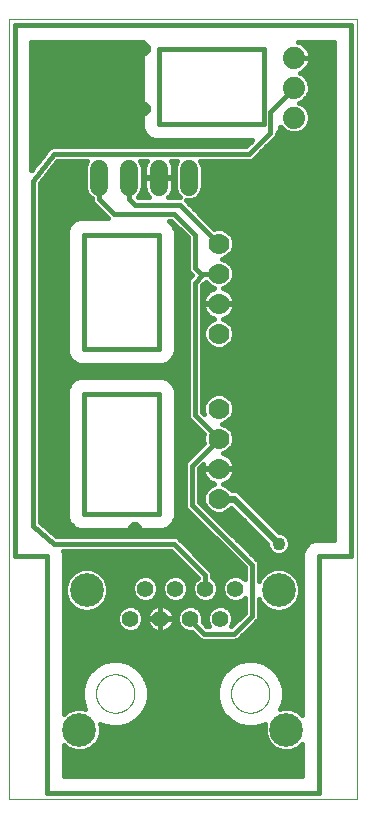
<source format=gbl>
G75*
%MOIN*%
%OFA0B0*%
%FSLAX25Y25*%
%IPPOS*%
%LPD*%
%AMOC8*
5,1,8,0,0,1.08239X$1,22.5*
%
%ADD10C,0.00000*%
%ADD11C,0.01600*%
%ADD12C,0.07000*%
%ADD13C,0.05543*%
%ADD14C,0.11220*%
%ADD15C,0.07400*%
%ADD16C,0.06000*%
%ADD17C,0.02400*%
%ADD18C,0.04356*%
%ADD19OC8,0.04356*%
D10*
X0001000Y0001000D02*
X0117142Y0001000D01*
X0117142Y0260843D01*
X0001000Y0260843D01*
X0001000Y0001000D01*
X0030100Y0036000D02*
X0030102Y0036160D01*
X0030108Y0036319D01*
X0030118Y0036478D01*
X0030132Y0036637D01*
X0030150Y0036796D01*
X0030171Y0036954D01*
X0030197Y0037111D01*
X0030227Y0037268D01*
X0030260Y0037424D01*
X0030298Y0037579D01*
X0030339Y0037733D01*
X0030384Y0037886D01*
X0030433Y0038038D01*
X0030486Y0038189D01*
X0030542Y0038338D01*
X0030603Y0038486D01*
X0030666Y0038632D01*
X0030734Y0038777D01*
X0030805Y0038920D01*
X0030879Y0039061D01*
X0030957Y0039200D01*
X0031039Y0039337D01*
X0031124Y0039472D01*
X0031212Y0039605D01*
X0031304Y0039736D01*
X0031398Y0039864D01*
X0031496Y0039990D01*
X0031597Y0040114D01*
X0031701Y0040235D01*
X0031808Y0040353D01*
X0031918Y0040469D01*
X0032031Y0040582D01*
X0032147Y0040692D01*
X0032265Y0040799D01*
X0032386Y0040903D01*
X0032510Y0041004D01*
X0032636Y0041102D01*
X0032764Y0041196D01*
X0032895Y0041288D01*
X0033028Y0041376D01*
X0033163Y0041461D01*
X0033300Y0041543D01*
X0033439Y0041621D01*
X0033580Y0041695D01*
X0033723Y0041766D01*
X0033868Y0041834D01*
X0034014Y0041897D01*
X0034162Y0041958D01*
X0034311Y0042014D01*
X0034462Y0042067D01*
X0034614Y0042116D01*
X0034767Y0042161D01*
X0034921Y0042202D01*
X0035076Y0042240D01*
X0035232Y0042273D01*
X0035389Y0042303D01*
X0035546Y0042329D01*
X0035704Y0042350D01*
X0035863Y0042368D01*
X0036022Y0042382D01*
X0036181Y0042392D01*
X0036340Y0042398D01*
X0036500Y0042400D01*
X0036660Y0042398D01*
X0036819Y0042392D01*
X0036978Y0042382D01*
X0037137Y0042368D01*
X0037296Y0042350D01*
X0037454Y0042329D01*
X0037611Y0042303D01*
X0037768Y0042273D01*
X0037924Y0042240D01*
X0038079Y0042202D01*
X0038233Y0042161D01*
X0038386Y0042116D01*
X0038538Y0042067D01*
X0038689Y0042014D01*
X0038838Y0041958D01*
X0038986Y0041897D01*
X0039132Y0041834D01*
X0039277Y0041766D01*
X0039420Y0041695D01*
X0039561Y0041621D01*
X0039700Y0041543D01*
X0039837Y0041461D01*
X0039972Y0041376D01*
X0040105Y0041288D01*
X0040236Y0041196D01*
X0040364Y0041102D01*
X0040490Y0041004D01*
X0040614Y0040903D01*
X0040735Y0040799D01*
X0040853Y0040692D01*
X0040969Y0040582D01*
X0041082Y0040469D01*
X0041192Y0040353D01*
X0041299Y0040235D01*
X0041403Y0040114D01*
X0041504Y0039990D01*
X0041602Y0039864D01*
X0041696Y0039736D01*
X0041788Y0039605D01*
X0041876Y0039472D01*
X0041961Y0039337D01*
X0042043Y0039200D01*
X0042121Y0039061D01*
X0042195Y0038920D01*
X0042266Y0038777D01*
X0042334Y0038632D01*
X0042397Y0038486D01*
X0042458Y0038338D01*
X0042514Y0038189D01*
X0042567Y0038038D01*
X0042616Y0037886D01*
X0042661Y0037733D01*
X0042702Y0037579D01*
X0042740Y0037424D01*
X0042773Y0037268D01*
X0042803Y0037111D01*
X0042829Y0036954D01*
X0042850Y0036796D01*
X0042868Y0036637D01*
X0042882Y0036478D01*
X0042892Y0036319D01*
X0042898Y0036160D01*
X0042900Y0036000D01*
X0042898Y0035840D01*
X0042892Y0035681D01*
X0042882Y0035522D01*
X0042868Y0035363D01*
X0042850Y0035204D01*
X0042829Y0035046D01*
X0042803Y0034889D01*
X0042773Y0034732D01*
X0042740Y0034576D01*
X0042702Y0034421D01*
X0042661Y0034267D01*
X0042616Y0034114D01*
X0042567Y0033962D01*
X0042514Y0033811D01*
X0042458Y0033662D01*
X0042397Y0033514D01*
X0042334Y0033368D01*
X0042266Y0033223D01*
X0042195Y0033080D01*
X0042121Y0032939D01*
X0042043Y0032800D01*
X0041961Y0032663D01*
X0041876Y0032528D01*
X0041788Y0032395D01*
X0041696Y0032264D01*
X0041602Y0032136D01*
X0041504Y0032010D01*
X0041403Y0031886D01*
X0041299Y0031765D01*
X0041192Y0031647D01*
X0041082Y0031531D01*
X0040969Y0031418D01*
X0040853Y0031308D01*
X0040735Y0031201D01*
X0040614Y0031097D01*
X0040490Y0030996D01*
X0040364Y0030898D01*
X0040236Y0030804D01*
X0040105Y0030712D01*
X0039972Y0030624D01*
X0039837Y0030539D01*
X0039700Y0030457D01*
X0039561Y0030379D01*
X0039420Y0030305D01*
X0039277Y0030234D01*
X0039132Y0030166D01*
X0038986Y0030103D01*
X0038838Y0030042D01*
X0038689Y0029986D01*
X0038538Y0029933D01*
X0038386Y0029884D01*
X0038233Y0029839D01*
X0038079Y0029798D01*
X0037924Y0029760D01*
X0037768Y0029727D01*
X0037611Y0029697D01*
X0037454Y0029671D01*
X0037296Y0029650D01*
X0037137Y0029632D01*
X0036978Y0029618D01*
X0036819Y0029608D01*
X0036660Y0029602D01*
X0036500Y0029600D01*
X0036340Y0029602D01*
X0036181Y0029608D01*
X0036022Y0029618D01*
X0035863Y0029632D01*
X0035704Y0029650D01*
X0035546Y0029671D01*
X0035389Y0029697D01*
X0035232Y0029727D01*
X0035076Y0029760D01*
X0034921Y0029798D01*
X0034767Y0029839D01*
X0034614Y0029884D01*
X0034462Y0029933D01*
X0034311Y0029986D01*
X0034162Y0030042D01*
X0034014Y0030103D01*
X0033868Y0030166D01*
X0033723Y0030234D01*
X0033580Y0030305D01*
X0033439Y0030379D01*
X0033300Y0030457D01*
X0033163Y0030539D01*
X0033028Y0030624D01*
X0032895Y0030712D01*
X0032764Y0030804D01*
X0032636Y0030898D01*
X0032510Y0030996D01*
X0032386Y0031097D01*
X0032265Y0031201D01*
X0032147Y0031308D01*
X0032031Y0031418D01*
X0031918Y0031531D01*
X0031808Y0031647D01*
X0031701Y0031765D01*
X0031597Y0031886D01*
X0031496Y0032010D01*
X0031398Y0032136D01*
X0031304Y0032264D01*
X0031212Y0032395D01*
X0031124Y0032528D01*
X0031039Y0032663D01*
X0030957Y0032800D01*
X0030879Y0032939D01*
X0030805Y0033080D01*
X0030734Y0033223D01*
X0030666Y0033368D01*
X0030603Y0033514D01*
X0030542Y0033662D01*
X0030486Y0033811D01*
X0030433Y0033962D01*
X0030384Y0034114D01*
X0030339Y0034267D01*
X0030298Y0034421D01*
X0030260Y0034576D01*
X0030227Y0034732D01*
X0030197Y0034889D01*
X0030171Y0035046D01*
X0030150Y0035204D01*
X0030132Y0035363D01*
X0030118Y0035522D01*
X0030108Y0035681D01*
X0030102Y0035840D01*
X0030100Y0036000D01*
X0075100Y0036000D02*
X0075102Y0036160D01*
X0075108Y0036319D01*
X0075118Y0036478D01*
X0075132Y0036637D01*
X0075150Y0036796D01*
X0075171Y0036954D01*
X0075197Y0037111D01*
X0075227Y0037268D01*
X0075260Y0037424D01*
X0075298Y0037579D01*
X0075339Y0037733D01*
X0075384Y0037886D01*
X0075433Y0038038D01*
X0075486Y0038189D01*
X0075542Y0038338D01*
X0075603Y0038486D01*
X0075666Y0038632D01*
X0075734Y0038777D01*
X0075805Y0038920D01*
X0075879Y0039061D01*
X0075957Y0039200D01*
X0076039Y0039337D01*
X0076124Y0039472D01*
X0076212Y0039605D01*
X0076304Y0039736D01*
X0076398Y0039864D01*
X0076496Y0039990D01*
X0076597Y0040114D01*
X0076701Y0040235D01*
X0076808Y0040353D01*
X0076918Y0040469D01*
X0077031Y0040582D01*
X0077147Y0040692D01*
X0077265Y0040799D01*
X0077386Y0040903D01*
X0077510Y0041004D01*
X0077636Y0041102D01*
X0077764Y0041196D01*
X0077895Y0041288D01*
X0078028Y0041376D01*
X0078163Y0041461D01*
X0078300Y0041543D01*
X0078439Y0041621D01*
X0078580Y0041695D01*
X0078723Y0041766D01*
X0078868Y0041834D01*
X0079014Y0041897D01*
X0079162Y0041958D01*
X0079311Y0042014D01*
X0079462Y0042067D01*
X0079614Y0042116D01*
X0079767Y0042161D01*
X0079921Y0042202D01*
X0080076Y0042240D01*
X0080232Y0042273D01*
X0080389Y0042303D01*
X0080546Y0042329D01*
X0080704Y0042350D01*
X0080863Y0042368D01*
X0081022Y0042382D01*
X0081181Y0042392D01*
X0081340Y0042398D01*
X0081500Y0042400D01*
X0081660Y0042398D01*
X0081819Y0042392D01*
X0081978Y0042382D01*
X0082137Y0042368D01*
X0082296Y0042350D01*
X0082454Y0042329D01*
X0082611Y0042303D01*
X0082768Y0042273D01*
X0082924Y0042240D01*
X0083079Y0042202D01*
X0083233Y0042161D01*
X0083386Y0042116D01*
X0083538Y0042067D01*
X0083689Y0042014D01*
X0083838Y0041958D01*
X0083986Y0041897D01*
X0084132Y0041834D01*
X0084277Y0041766D01*
X0084420Y0041695D01*
X0084561Y0041621D01*
X0084700Y0041543D01*
X0084837Y0041461D01*
X0084972Y0041376D01*
X0085105Y0041288D01*
X0085236Y0041196D01*
X0085364Y0041102D01*
X0085490Y0041004D01*
X0085614Y0040903D01*
X0085735Y0040799D01*
X0085853Y0040692D01*
X0085969Y0040582D01*
X0086082Y0040469D01*
X0086192Y0040353D01*
X0086299Y0040235D01*
X0086403Y0040114D01*
X0086504Y0039990D01*
X0086602Y0039864D01*
X0086696Y0039736D01*
X0086788Y0039605D01*
X0086876Y0039472D01*
X0086961Y0039337D01*
X0087043Y0039200D01*
X0087121Y0039061D01*
X0087195Y0038920D01*
X0087266Y0038777D01*
X0087334Y0038632D01*
X0087397Y0038486D01*
X0087458Y0038338D01*
X0087514Y0038189D01*
X0087567Y0038038D01*
X0087616Y0037886D01*
X0087661Y0037733D01*
X0087702Y0037579D01*
X0087740Y0037424D01*
X0087773Y0037268D01*
X0087803Y0037111D01*
X0087829Y0036954D01*
X0087850Y0036796D01*
X0087868Y0036637D01*
X0087882Y0036478D01*
X0087892Y0036319D01*
X0087898Y0036160D01*
X0087900Y0036000D01*
X0087898Y0035840D01*
X0087892Y0035681D01*
X0087882Y0035522D01*
X0087868Y0035363D01*
X0087850Y0035204D01*
X0087829Y0035046D01*
X0087803Y0034889D01*
X0087773Y0034732D01*
X0087740Y0034576D01*
X0087702Y0034421D01*
X0087661Y0034267D01*
X0087616Y0034114D01*
X0087567Y0033962D01*
X0087514Y0033811D01*
X0087458Y0033662D01*
X0087397Y0033514D01*
X0087334Y0033368D01*
X0087266Y0033223D01*
X0087195Y0033080D01*
X0087121Y0032939D01*
X0087043Y0032800D01*
X0086961Y0032663D01*
X0086876Y0032528D01*
X0086788Y0032395D01*
X0086696Y0032264D01*
X0086602Y0032136D01*
X0086504Y0032010D01*
X0086403Y0031886D01*
X0086299Y0031765D01*
X0086192Y0031647D01*
X0086082Y0031531D01*
X0085969Y0031418D01*
X0085853Y0031308D01*
X0085735Y0031201D01*
X0085614Y0031097D01*
X0085490Y0030996D01*
X0085364Y0030898D01*
X0085236Y0030804D01*
X0085105Y0030712D01*
X0084972Y0030624D01*
X0084837Y0030539D01*
X0084700Y0030457D01*
X0084561Y0030379D01*
X0084420Y0030305D01*
X0084277Y0030234D01*
X0084132Y0030166D01*
X0083986Y0030103D01*
X0083838Y0030042D01*
X0083689Y0029986D01*
X0083538Y0029933D01*
X0083386Y0029884D01*
X0083233Y0029839D01*
X0083079Y0029798D01*
X0082924Y0029760D01*
X0082768Y0029727D01*
X0082611Y0029697D01*
X0082454Y0029671D01*
X0082296Y0029650D01*
X0082137Y0029632D01*
X0081978Y0029618D01*
X0081819Y0029608D01*
X0081660Y0029602D01*
X0081500Y0029600D01*
X0081340Y0029602D01*
X0081181Y0029608D01*
X0081022Y0029618D01*
X0080863Y0029632D01*
X0080704Y0029650D01*
X0080546Y0029671D01*
X0080389Y0029697D01*
X0080232Y0029727D01*
X0080076Y0029760D01*
X0079921Y0029798D01*
X0079767Y0029839D01*
X0079614Y0029884D01*
X0079462Y0029933D01*
X0079311Y0029986D01*
X0079162Y0030042D01*
X0079014Y0030103D01*
X0078868Y0030166D01*
X0078723Y0030234D01*
X0078580Y0030305D01*
X0078439Y0030379D01*
X0078300Y0030457D01*
X0078163Y0030539D01*
X0078028Y0030624D01*
X0077895Y0030712D01*
X0077764Y0030804D01*
X0077636Y0030898D01*
X0077510Y0030996D01*
X0077386Y0031097D01*
X0077265Y0031201D01*
X0077147Y0031308D01*
X0077031Y0031418D01*
X0076918Y0031531D01*
X0076808Y0031647D01*
X0076701Y0031765D01*
X0076597Y0031886D01*
X0076496Y0032010D01*
X0076398Y0032136D01*
X0076304Y0032264D01*
X0076212Y0032395D01*
X0076124Y0032528D01*
X0076039Y0032663D01*
X0075957Y0032800D01*
X0075879Y0032939D01*
X0075805Y0033080D01*
X0075734Y0033223D01*
X0075666Y0033368D01*
X0075603Y0033514D01*
X0075542Y0033662D01*
X0075486Y0033811D01*
X0075433Y0033962D01*
X0075384Y0034114D01*
X0075339Y0034267D01*
X0075298Y0034421D01*
X0075260Y0034576D01*
X0075227Y0034732D01*
X0075197Y0034889D01*
X0075171Y0035046D01*
X0075150Y0035204D01*
X0075132Y0035363D01*
X0075118Y0035522D01*
X0075108Y0035681D01*
X0075102Y0035840D01*
X0075100Y0036000D01*
D11*
X0071063Y0031677D02*
X0072538Y0029123D01*
X0074623Y0027038D01*
X0077177Y0025563D01*
X0080025Y0024800D01*
X0082975Y0024800D01*
X0085823Y0025563D01*
X0086507Y0025958D01*
X0086290Y0025434D01*
X0086290Y0022566D01*
X0087387Y0019916D01*
X0089416Y0017887D01*
X0092066Y0016790D01*
X0094934Y0016790D01*
X0097584Y0017887D01*
X0098762Y0019065D01*
X0098762Y0008568D01*
X0019380Y0008568D01*
X0019380Y0018924D01*
X0020416Y0017887D01*
X0023066Y0016790D01*
X0025934Y0016790D01*
X0028584Y0017887D01*
X0030613Y0019916D01*
X0031710Y0022566D01*
X0031710Y0025434D01*
X0031493Y0025958D01*
X0032177Y0025563D01*
X0035025Y0024800D01*
X0037975Y0024800D01*
X0040823Y0025563D01*
X0043377Y0027038D01*
X0045462Y0029123D01*
X0046937Y0031677D01*
X0047700Y0034525D01*
X0047700Y0037475D01*
X0046937Y0040323D01*
X0045462Y0042877D01*
X0043377Y0044962D01*
X0040823Y0046437D01*
X0037975Y0047200D01*
X0035025Y0047200D01*
X0032177Y0046437D01*
X0029623Y0044962D01*
X0027538Y0042877D01*
X0026063Y0040323D01*
X0025300Y0037475D01*
X0025300Y0034525D01*
X0026063Y0031677D01*
X0026458Y0030993D01*
X0025934Y0031210D01*
X0023066Y0031210D01*
X0020416Y0030113D01*
X0019380Y0029076D01*
X0019380Y0082823D01*
X0019057Y0083600D01*
X0055006Y0083600D01*
X0063962Y0074644D01*
X0062794Y0073476D01*
X0062128Y0071870D01*
X0062128Y0070130D01*
X0062794Y0068524D01*
X0064024Y0067294D01*
X0065630Y0066628D01*
X0067370Y0066628D01*
X0068976Y0067294D01*
X0070206Y0068524D01*
X0070872Y0070130D01*
X0070872Y0071870D01*
X0070206Y0073476D01*
X0068976Y0074706D01*
X0068900Y0074738D01*
X0068900Y0075977D01*
X0068535Y0076859D01*
X0058035Y0087359D01*
X0057359Y0088035D01*
X0056477Y0088400D01*
X0016888Y0088400D01*
X0011400Y0093104D01*
X0011400Y0206177D01*
X0017174Y0213600D01*
X0027098Y0213600D01*
X0026400Y0211915D01*
X0026400Y0204085D01*
X0027100Y0202394D01*
X0028394Y0201100D01*
X0028600Y0201015D01*
X0028600Y0200523D01*
X0028965Y0199641D01*
X0033965Y0194641D01*
X0034006Y0194600D01*
X0024886Y0194600D01*
X0022828Y0193747D01*
X0021253Y0192172D01*
X0020400Y0190114D01*
X0020400Y0149886D01*
X0021253Y0147828D01*
X0022828Y0146253D01*
X0024886Y0145400D01*
X0052114Y0145400D01*
X0054172Y0146253D01*
X0055747Y0147828D01*
X0056600Y0149886D01*
X0056600Y0190114D01*
X0055747Y0192172D01*
X0054320Y0193600D01*
X0055006Y0193600D01*
X0060600Y0188006D01*
X0060600Y0177523D01*
X0060965Y0176641D01*
X0062106Y0175500D01*
X0060965Y0174359D01*
X0060600Y0173477D01*
X0060600Y0128523D01*
X0060965Y0127641D01*
X0061641Y0126965D01*
X0066103Y0122503D01*
X0065900Y0122014D01*
X0065900Y0119986D01*
X0066103Y0119497D01*
X0059965Y0113359D01*
X0059600Y0112477D01*
X0059600Y0098523D01*
X0059965Y0097641D01*
X0060641Y0096965D01*
X0079600Y0078006D01*
X0079600Y0074082D01*
X0078976Y0074706D01*
X0077370Y0075372D01*
X0075630Y0075372D01*
X0074024Y0074706D01*
X0072794Y0073476D01*
X0072128Y0071870D01*
X0072128Y0070130D01*
X0072794Y0068524D01*
X0074024Y0067294D01*
X0075630Y0066628D01*
X0077370Y0066628D01*
X0078976Y0067294D01*
X0079600Y0067918D01*
X0079600Y0062994D01*
X0075260Y0058654D01*
X0075872Y0060130D01*
X0075872Y0061870D01*
X0075206Y0063476D01*
X0073976Y0064706D01*
X0072370Y0065372D01*
X0070630Y0065372D01*
X0069024Y0064706D01*
X0067794Y0063476D01*
X0067128Y0061870D01*
X0067128Y0060130D01*
X0067794Y0058524D01*
X0067918Y0058400D01*
X0066994Y0058400D01*
X0065694Y0059701D01*
X0065872Y0060130D01*
X0065872Y0061870D01*
X0065206Y0063476D01*
X0063976Y0064706D01*
X0062370Y0065372D01*
X0060630Y0065372D01*
X0059024Y0064706D01*
X0057794Y0063476D01*
X0057128Y0061870D01*
X0057128Y0060130D01*
X0057794Y0058524D01*
X0059024Y0057294D01*
X0060630Y0056628D01*
X0061978Y0056628D01*
X0063965Y0054641D01*
X0064641Y0053965D01*
X0065523Y0053600D01*
X0076477Y0053600D01*
X0077359Y0053965D01*
X0083359Y0059965D01*
X0084035Y0060641D01*
X0084400Y0061523D01*
X0084400Y0067581D01*
X0084887Y0066404D01*
X0086916Y0064376D01*
X0089566Y0063278D01*
X0092434Y0063278D01*
X0095084Y0064376D01*
X0097113Y0066404D01*
X0098210Y0069054D01*
X0098210Y0071922D01*
X0097113Y0074572D01*
X0095084Y0076601D01*
X0092434Y0077698D01*
X0089566Y0077698D01*
X0086916Y0076601D01*
X0084887Y0074572D01*
X0084400Y0073396D01*
X0084400Y0079477D01*
X0084035Y0080359D01*
X0064400Y0099994D01*
X0064400Y0111006D01*
X0065925Y0112530D01*
X0065830Y0112241D01*
X0065700Y0111417D01*
X0065700Y0111184D01*
X0070816Y0111184D01*
X0070816Y0110816D01*
X0065700Y0110816D01*
X0065700Y0110583D01*
X0065830Y0109759D01*
X0066088Y0108966D01*
X0066467Y0108222D01*
X0066957Y0107547D01*
X0067547Y0106957D01*
X0068222Y0106467D01*
X0068966Y0106088D01*
X0069521Y0105908D01*
X0068111Y0105324D01*
X0066676Y0103889D01*
X0065900Y0102014D01*
X0065900Y0099986D01*
X0066676Y0098111D01*
X0068111Y0096676D01*
X0069986Y0095900D01*
X0072014Y0095900D01*
X0073889Y0096676D01*
X0075126Y0097914D01*
X0087222Y0085818D01*
X0087222Y0085249D01*
X0087797Y0083860D01*
X0088860Y0082797D01*
X0090249Y0082222D01*
X0091751Y0082222D01*
X0093140Y0082797D01*
X0094203Y0083860D01*
X0094778Y0085249D01*
X0094778Y0086751D01*
X0094203Y0088140D01*
X0093140Y0089203D01*
X0091751Y0089778D01*
X0091182Y0089778D01*
X0077586Y0103374D01*
X0076557Y0103800D01*
X0075360Y0103800D01*
X0075324Y0103889D01*
X0073889Y0105324D01*
X0072479Y0105908D01*
X0073034Y0106088D01*
X0073778Y0106467D01*
X0074453Y0106957D01*
X0075043Y0107547D01*
X0075533Y0108222D01*
X0075912Y0108966D01*
X0076169Y0109759D01*
X0076300Y0110583D01*
X0076300Y0110816D01*
X0071184Y0110816D01*
X0071184Y0111184D01*
X0076300Y0111184D01*
X0076300Y0111417D01*
X0076169Y0112241D01*
X0075912Y0113034D01*
X0075533Y0113778D01*
X0075043Y0114453D01*
X0074453Y0115043D01*
X0073778Y0115533D01*
X0073034Y0115912D01*
X0072479Y0116092D01*
X0073889Y0116676D01*
X0075324Y0118111D01*
X0076100Y0119986D01*
X0076100Y0122014D01*
X0075324Y0123889D01*
X0073889Y0125324D01*
X0072256Y0126000D01*
X0073889Y0126676D01*
X0075324Y0128111D01*
X0076100Y0129986D01*
X0076100Y0132014D01*
X0075324Y0133889D01*
X0073889Y0135324D01*
X0072014Y0136100D01*
X0069986Y0136100D01*
X0068111Y0135324D01*
X0066676Y0133889D01*
X0065900Y0132014D01*
X0065900Y0129986D01*
X0066248Y0129147D01*
X0065400Y0129994D01*
X0065400Y0172006D01*
X0066626Y0173232D01*
X0066676Y0173111D01*
X0068111Y0171676D01*
X0069521Y0171092D01*
X0068966Y0170912D01*
X0068222Y0170533D01*
X0067547Y0170043D01*
X0066957Y0169453D01*
X0066467Y0168778D01*
X0066088Y0168034D01*
X0065830Y0167241D01*
X0065700Y0166417D01*
X0065700Y0166184D01*
X0070816Y0166184D01*
X0070816Y0165816D01*
X0065700Y0165816D01*
X0065700Y0165583D01*
X0065830Y0164759D01*
X0066088Y0163966D01*
X0066467Y0163222D01*
X0066957Y0162547D01*
X0067547Y0161957D01*
X0068222Y0161467D01*
X0068966Y0161088D01*
X0069521Y0160908D01*
X0068111Y0160324D01*
X0066676Y0158889D01*
X0065900Y0157014D01*
X0065900Y0154986D01*
X0066676Y0153111D01*
X0068111Y0151676D01*
X0069986Y0150900D01*
X0072014Y0150900D01*
X0073889Y0151676D01*
X0075324Y0153111D01*
X0076100Y0154986D01*
X0076100Y0157014D01*
X0075324Y0158889D01*
X0073889Y0160324D01*
X0072479Y0160908D01*
X0073034Y0161088D01*
X0073778Y0161467D01*
X0074453Y0161957D01*
X0075043Y0162547D01*
X0075533Y0163222D01*
X0075912Y0163966D01*
X0076169Y0164759D01*
X0076300Y0165583D01*
X0076300Y0165816D01*
X0071184Y0165816D01*
X0071184Y0166184D01*
X0076300Y0166184D01*
X0076300Y0166417D01*
X0076169Y0167241D01*
X0075912Y0168034D01*
X0075533Y0168778D01*
X0075043Y0169453D01*
X0074453Y0170043D01*
X0073778Y0170533D01*
X0073034Y0170912D01*
X0072479Y0171092D01*
X0073889Y0171676D01*
X0075324Y0173111D01*
X0076100Y0174986D01*
X0076100Y0177014D01*
X0075324Y0178889D01*
X0073889Y0180324D01*
X0072256Y0181000D01*
X0073889Y0181676D01*
X0075324Y0183111D01*
X0076100Y0184986D01*
X0076100Y0187014D01*
X0075324Y0188889D01*
X0073889Y0190324D01*
X0072014Y0191100D01*
X0069986Y0191100D01*
X0069497Y0190897D01*
X0059930Y0200464D01*
X0060085Y0200400D01*
X0061915Y0200400D01*
X0063606Y0201100D01*
X0064900Y0202394D01*
X0065600Y0204085D01*
X0065600Y0211915D01*
X0064902Y0213600D01*
X0081477Y0213600D01*
X0082359Y0213965D01*
X0089359Y0220965D01*
X0090035Y0221641D01*
X0090370Y0222451D01*
X0090747Y0222828D01*
X0091600Y0224886D01*
X0091600Y0224905D01*
X0092998Y0223507D01*
X0094946Y0222700D01*
X0097054Y0222700D01*
X0099002Y0223507D01*
X0100493Y0224998D01*
X0101300Y0226946D01*
X0101300Y0229054D01*
X0100493Y0231002D01*
X0099002Y0232493D01*
X0097778Y0233000D01*
X0099002Y0233507D01*
X0100493Y0234998D01*
X0101300Y0236946D01*
X0101300Y0239054D01*
X0100493Y0241002D01*
X0099002Y0242493D01*
X0098056Y0242885D01*
X0098111Y0242903D01*
X0098883Y0243296D01*
X0099583Y0243805D01*
X0100195Y0244417D01*
X0100704Y0245117D01*
X0101097Y0245889D01*
X0101365Y0246712D01*
X0101500Y0247567D01*
X0101500Y0248000D01*
X0101500Y0248433D01*
X0101365Y0249288D01*
X0101097Y0250111D01*
X0100704Y0250883D01*
X0100195Y0251583D01*
X0099583Y0252195D01*
X0098883Y0252704D01*
X0098111Y0253097D01*
X0097567Y0253274D01*
X0109573Y0253274D01*
X0109573Y0087309D01*
X0103248Y0087309D01*
X0101190Y0086456D01*
X0099615Y0084881D01*
X0098762Y0082823D01*
X0098762Y0028935D01*
X0097584Y0030113D01*
X0094934Y0031210D01*
X0092066Y0031210D01*
X0091542Y0030993D01*
X0091937Y0031677D01*
X0092700Y0034525D01*
X0092700Y0037475D01*
X0091937Y0040323D01*
X0090462Y0042877D01*
X0088377Y0044962D01*
X0085823Y0046437D01*
X0082975Y0047200D01*
X0080025Y0047200D01*
X0077177Y0046437D01*
X0074623Y0044962D01*
X0072538Y0042877D01*
X0071063Y0040323D01*
X0070300Y0037475D01*
X0070300Y0034525D01*
X0071063Y0031677D01*
X0071239Y0031372D02*
X0046760Y0031372D01*
X0047283Y0032970D02*
X0070717Y0032970D01*
X0070300Y0034569D02*
X0047700Y0034569D01*
X0047700Y0036167D02*
X0070300Y0036167D01*
X0070378Y0037766D02*
X0047622Y0037766D01*
X0047194Y0039364D02*
X0070806Y0039364D01*
X0071433Y0040963D02*
X0046567Y0040963D01*
X0045644Y0042561D02*
X0072356Y0042561D01*
X0073821Y0044160D02*
X0044179Y0044160D01*
X0041998Y0045758D02*
X0076002Y0045758D01*
X0076842Y0053751D02*
X0098762Y0053751D01*
X0098762Y0055349D02*
X0078743Y0055349D01*
X0080342Y0056948D02*
X0098762Y0056948D01*
X0098762Y0058546D02*
X0081941Y0058546D01*
X0083359Y0059965D02*
X0083359Y0059965D01*
X0083539Y0060145D02*
X0098762Y0060145D01*
X0098762Y0061743D02*
X0084400Y0061743D01*
X0084400Y0063342D02*
X0089411Y0063342D01*
X0086351Y0064940D02*
X0084400Y0064940D01*
X0084400Y0066539D02*
X0084832Y0066539D01*
X0082000Y0062000D02*
X0082000Y0079000D01*
X0062000Y0099000D01*
X0062000Y0112000D01*
X0071000Y0121000D01*
X0063000Y0129000D01*
X0063000Y0173000D01*
X0065500Y0175500D01*
X0063000Y0178000D01*
X0063000Y0189000D01*
X0056000Y0196000D01*
X0036000Y0196000D01*
X0031000Y0201000D01*
X0031000Y0208000D01*
X0028600Y0200814D02*
X0011400Y0200814D01*
X0011400Y0202412D02*
X0027093Y0202412D01*
X0026431Y0204011D02*
X0011400Y0204011D01*
X0011400Y0205609D02*
X0026400Y0205609D01*
X0026400Y0207208D02*
X0012202Y0207208D01*
X0013445Y0208806D02*
X0026400Y0208806D01*
X0026400Y0210405D02*
X0014689Y0210405D01*
X0015932Y0212003D02*
X0026437Y0212003D01*
X0029390Y0199215D02*
X0011400Y0199215D01*
X0011400Y0197617D02*
X0030989Y0197617D01*
X0032587Y0196018D02*
X0011400Y0196018D01*
X0011400Y0194420D02*
X0024451Y0194420D01*
X0021902Y0192821D02*
X0011400Y0192821D01*
X0011400Y0191223D02*
X0020859Y0191223D01*
X0020400Y0189624D02*
X0011400Y0189624D01*
X0011400Y0188026D02*
X0020400Y0188026D01*
X0020400Y0186427D02*
X0011400Y0186427D01*
X0011400Y0184829D02*
X0020400Y0184829D01*
X0020400Y0183230D02*
X0011400Y0183230D01*
X0011400Y0181632D02*
X0020400Y0181632D01*
X0020400Y0180033D02*
X0011400Y0180033D01*
X0011400Y0178435D02*
X0020400Y0178435D01*
X0020400Y0176836D02*
X0011400Y0176836D01*
X0011400Y0175238D02*
X0020400Y0175238D01*
X0020400Y0173639D02*
X0011400Y0173639D01*
X0011400Y0172041D02*
X0020400Y0172041D01*
X0020400Y0170442D02*
X0011400Y0170442D01*
X0011400Y0168844D02*
X0020400Y0168844D01*
X0020400Y0167245D02*
X0011400Y0167245D01*
X0011400Y0165647D02*
X0020400Y0165647D01*
X0020400Y0164048D02*
X0011400Y0164048D01*
X0011400Y0162450D02*
X0020400Y0162450D01*
X0020400Y0160851D02*
X0011400Y0160851D01*
X0011400Y0159253D02*
X0020400Y0159253D01*
X0020400Y0157654D02*
X0011400Y0157654D01*
X0011400Y0156056D02*
X0020400Y0156056D01*
X0020400Y0154457D02*
X0011400Y0154457D01*
X0011400Y0152859D02*
X0020400Y0152859D01*
X0020400Y0151260D02*
X0011400Y0151260D01*
X0011400Y0149662D02*
X0020493Y0149662D01*
X0021155Y0148063D02*
X0011400Y0148063D01*
X0011400Y0146465D02*
X0022616Y0146465D01*
X0024886Y0141600D02*
X0022828Y0140747D01*
X0021253Y0139172D01*
X0020400Y0137114D01*
X0020400Y0094886D01*
X0021253Y0092828D01*
X0022828Y0091253D01*
X0024886Y0090400D01*
X0027114Y0090400D01*
X0052114Y0090400D01*
X0054172Y0091253D01*
X0055747Y0092828D01*
X0056600Y0094886D01*
X0056600Y0137114D01*
X0055747Y0139172D01*
X0054172Y0140747D01*
X0052114Y0141600D01*
X0024886Y0141600D01*
X0022151Y0140070D02*
X0011400Y0140070D01*
X0011400Y0138472D02*
X0020963Y0138472D01*
X0020400Y0136873D02*
X0011400Y0136873D01*
X0011400Y0135275D02*
X0020400Y0135275D01*
X0020400Y0133676D02*
X0011400Y0133676D01*
X0011400Y0132078D02*
X0020400Y0132078D01*
X0020400Y0130479D02*
X0011400Y0130479D01*
X0011400Y0128881D02*
X0020400Y0128881D01*
X0020400Y0127282D02*
X0011400Y0127282D01*
X0011400Y0125684D02*
X0020400Y0125684D01*
X0020400Y0124085D02*
X0011400Y0124085D01*
X0011400Y0122487D02*
X0020400Y0122487D01*
X0020400Y0120888D02*
X0011400Y0120888D01*
X0011400Y0119290D02*
X0020400Y0119290D01*
X0020400Y0117691D02*
X0011400Y0117691D01*
X0011400Y0116093D02*
X0020400Y0116093D01*
X0020400Y0114494D02*
X0011400Y0114494D01*
X0011400Y0112896D02*
X0020400Y0112896D01*
X0020400Y0111297D02*
X0011400Y0111297D01*
X0011400Y0109699D02*
X0020400Y0109699D01*
X0020400Y0108100D02*
X0011400Y0108100D01*
X0011400Y0106502D02*
X0020400Y0106502D01*
X0020400Y0104903D02*
X0011400Y0104903D01*
X0011400Y0103305D02*
X0020400Y0103305D01*
X0020400Y0101706D02*
X0011400Y0101706D01*
X0011400Y0100108D02*
X0020400Y0100108D01*
X0020400Y0098509D02*
X0011400Y0098509D01*
X0011400Y0096911D02*
X0020400Y0096911D01*
X0020400Y0095312D02*
X0011400Y0095312D01*
X0011400Y0093714D02*
X0020886Y0093714D01*
X0021965Y0092115D02*
X0012553Y0092115D01*
X0014418Y0090517D02*
X0024605Y0090517D01*
X0026000Y0096000D02*
X0026000Y0136000D01*
X0051000Y0136000D01*
X0051000Y0096000D01*
X0026000Y0096000D01*
X0019380Y0082524D02*
X0056082Y0082524D01*
X0057680Y0080926D02*
X0019380Y0080926D01*
X0019380Y0079327D02*
X0059279Y0079327D01*
X0060877Y0077729D02*
X0019380Y0077729D01*
X0019380Y0076130D02*
X0022445Y0076130D01*
X0022916Y0076601D02*
X0020887Y0074572D01*
X0019790Y0071922D01*
X0019790Y0069054D01*
X0020887Y0066404D01*
X0022916Y0064376D01*
X0025566Y0063278D01*
X0028434Y0063278D01*
X0031084Y0064376D01*
X0033113Y0066404D01*
X0034210Y0069054D01*
X0034210Y0071922D01*
X0033113Y0074572D01*
X0031084Y0076601D01*
X0028434Y0077698D01*
X0025566Y0077698D01*
X0022916Y0076601D01*
X0020870Y0074532D02*
X0019380Y0074532D01*
X0019380Y0072933D02*
X0020208Y0072933D01*
X0019790Y0071334D02*
X0019380Y0071334D01*
X0019380Y0069736D02*
X0019790Y0069736D01*
X0020169Y0068137D02*
X0019380Y0068137D01*
X0019380Y0066539D02*
X0020832Y0066539D01*
X0019380Y0064940D02*
X0022351Y0064940D01*
X0019380Y0063342D02*
X0025411Y0063342D01*
X0028589Y0063342D02*
X0037738Y0063342D01*
X0037794Y0063476D02*
X0037128Y0061870D01*
X0037128Y0060130D01*
X0037794Y0058524D01*
X0039024Y0057294D01*
X0040630Y0056628D01*
X0042370Y0056628D01*
X0043976Y0057294D01*
X0045206Y0058524D01*
X0045872Y0060130D01*
X0045872Y0061870D01*
X0045206Y0063476D01*
X0043976Y0064706D01*
X0042370Y0065372D01*
X0040630Y0065372D01*
X0039024Y0064706D01*
X0037794Y0063476D01*
X0037128Y0061743D02*
X0019380Y0061743D01*
X0019380Y0060145D02*
X0037128Y0060145D01*
X0037784Y0058546D02*
X0019380Y0058546D01*
X0019380Y0056948D02*
X0039859Y0056948D01*
X0043141Y0056948D02*
X0049383Y0056948D01*
X0049104Y0057090D02*
X0049745Y0056763D01*
X0050429Y0056541D01*
X0051140Y0056428D01*
X0051414Y0056428D01*
X0051414Y0060914D01*
X0051586Y0060914D01*
X0051586Y0061086D01*
X0056072Y0061086D01*
X0056072Y0061360D01*
X0055959Y0062071D01*
X0055737Y0062755D01*
X0055410Y0063396D01*
X0054987Y0063978D01*
X0054478Y0064487D01*
X0053896Y0064910D01*
X0053255Y0065237D01*
X0052571Y0065459D01*
X0051860Y0065572D01*
X0051586Y0065572D01*
X0051586Y0061086D01*
X0051414Y0061086D01*
X0051414Y0065572D01*
X0051140Y0065572D01*
X0050429Y0065459D01*
X0049745Y0065237D01*
X0049104Y0064910D01*
X0048522Y0064487D01*
X0048013Y0063978D01*
X0047590Y0063396D01*
X0047263Y0062755D01*
X0047041Y0062071D01*
X0046928Y0061360D01*
X0046928Y0061086D01*
X0051414Y0061086D01*
X0051414Y0060914D01*
X0046928Y0060914D01*
X0046928Y0060640D01*
X0047041Y0059929D01*
X0047263Y0059245D01*
X0047590Y0058604D01*
X0048013Y0058022D01*
X0048522Y0057513D01*
X0049104Y0057090D01*
X0047632Y0058546D02*
X0045216Y0058546D01*
X0045872Y0060145D02*
X0047007Y0060145D01*
X0046989Y0061743D02*
X0045872Y0061743D01*
X0045262Y0063342D02*
X0047562Y0063342D01*
X0049164Y0064940D02*
X0043411Y0064940D01*
X0044024Y0067294D02*
X0045630Y0066628D01*
X0047370Y0066628D01*
X0048976Y0067294D01*
X0050206Y0068524D01*
X0050872Y0070130D01*
X0050872Y0071870D01*
X0050206Y0073476D01*
X0048976Y0074706D01*
X0047370Y0075372D01*
X0045630Y0075372D01*
X0044024Y0074706D01*
X0042794Y0073476D01*
X0042128Y0071870D01*
X0042128Y0070130D01*
X0042794Y0068524D01*
X0044024Y0067294D01*
X0043180Y0068137D02*
X0033831Y0068137D01*
X0034210Y0069736D02*
X0042292Y0069736D01*
X0042128Y0071334D02*
X0034210Y0071334D01*
X0033792Y0072933D02*
X0042569Y0072933D01*
X0043849Y0074532D02*
X0033130Y0074532D01*
X0031555Y0076130D02*
X0062476Y0076130D01*
X0063849Y0074532D02*
X0059151Y0074532D01*
X0058976Y0074706D02*
X0060206Y0073476D01*
X0060872Y0071870D01*
X0060872Y0070130D01*
X0060206Y0068524D01*
X0058976Y0067294D01*
X0057370Y0066628D01*
X0055630Y0066628D01*
X0054024Y0067294D01*
X0052794Y0068524D01*
X0052128Y0070130D01*
X0052128Y0071870D01*
X0052794Y0073476D01*
X0054024Y0074706D01*
X0055630Y0075372D01*
X0057370Y0075372D01*
X0058976Y0074706D01*
X0060431Y0072933D02*
X0062569Y0072933D01*
X0062128Y0071334D02*
X0060872Y0071334D01*
X0060708Y0069736D02*
X0062292Y0069736D01*
X0063180Y0068137D02*
X0059820Y0068137D01*
X0059589Y0064940D02*
X0053836Y0064940D01*
X0055438Y0063342D02*
X0057738Y0063342D01*
X0057128Y0061743D02*
X0056011Y0061743D01*
X0056072Y0060914D02*
X0051586Y0060914D01*
X0051586Y0056428D01*
X0051860Y0056428D01*
X0052571Y0056541D01*
X0053255Y0056763D01*
X0053896Y0057090D01*
X0054478Y0057513D01*
X0054987Y0058022D01*
X0055410Y0058604D01*
X0055737Y0059245D01*
X0055959Y0059929D01*
X0056072Y0060640D01*
X0056072Y0060914D01*
X0055993Y0060145D02*
X0057128Y0060145D01*
X0057784Y0058546D02*
X0055368Y0058546D01*
X0053617Y0056948D02*
X0059859Y0056948D01*
X0061500Y0060500D02*
X0066000Y0056000D01*
X0076000Y0056000D01*
X0082000Y0062000D01*
X0079600Y0063342D02*
X0075262Y0063342D01*
X0075872Y0061743D02*
X0078349Y0061743D01*
X0079600Y0064940D02*
X0073411Y0064940D01*
X0073180Y0068137D02*
X0069820Y0068137D01*
X0070708Y0069736D02*
X0072292Y0069736D01*
X0072128Y0071334D02*
X0070872Y0071334D01*
X0070431Y0072933D02*
X0072569Y0072933D01*
X0073849Y0074532D02*
X0069151Y0074532D01*
X0068837Y0076130D02*
X0079600Y0076130D01*
X0079600Y0074532D02*
X0079151Y0074532D01*
X0079600Y0077729D02*
X0067666Y0077729D01*
X0066500Y0075500D02*
X0056000Y0086000D01*
X0016000Y0086000D01*
X0009000Y0092000D01*
X0009000Y0207000D01*
X0016000Y0216000D01*
X0081000Y0216000D01*
X0088000Y0223000D01*
X0088000Y0230000D01*
X0096000Y0238000D01*
X0099120Y0242375D02*
X0109573Y0242375D01*
X0109573Y0240777D02*
X0100587Y0240777D01*
X0101249Y0239178D02*
X0109573Y0239178D01*
X0109573Y0237580D02*
X0101300Y0237580D01*
X0100900Y0235981D02*
X0109573Y0235981D01*
X0109573Y0234383D02*
X0099878Y0234383D01*
X0098300Y0232784D02*
X0109573Y0232784D01*
X0109573Y0231186D02*
X0100310Y0231186D01*
X0101079Y0229587D02*
X0109573Y0229587D01*
X0109573Y0227989D02*
X0101300Y0227989D01*
X0101070Y0226390D02*
X0109573Y0226390D01*
X0109573Y0224792D02*
X0100287Y0224792D01*
X0098245Y0223193D02*
X0109573Y0223193D01*
X0109573Y0221595D02*
X0089989Y0221595D01*
X0090899Y0223193D02*
X0093755Y0223193D01*
X0091713Y0224792D02*
X0091561Y0224792D01*
X0088390Y0219996D02*
X0109573Y0219996D01*
X0109573Y0218398D02*
X0086792Y0218398D01*
X0085193Y0216799D02*
X0109573Y0216799D01*
X0109573Y0215201D02*
X0083595Y0215201D01*
X0081482Y0213602D02*
X0109573Y0213602D01*
X0109573Y0212003D02*
X0065563Y0212003D01*
X0065600Y0210405D02*
X0109573Y0210405D01*
X0109573Y0208806D02*
X0065600Y0208806D01*
X0065600Y0207208D02*
X0109573Y0207208D01*
X0109573Y0205609D02*
X0065600Y0205609D01*
X0065569Y0204011D02*
X0109573Y0204011D01*
X0109573Y0202412D02*
X0064907Y0202412D01*
X0062914Y0200814D02*
X0109573Y0200814D01*
X0109573Y0199215D02*
X0061179Y0199215D01*
X0062777Y0197617D02*
X0109573Y0197617D01*
X0109573Y0196018D02*
X0064376Y0196018D01*
X0065974Y0194420D02*
X0109573Y0194420D01*
X0109573Y0192821D02*
X0067573Y0192821D01*
X0069171Y0191223D02*
X0109573Y0191223D01*
X0109573Y0189624D02*
X0074588Y0189624D01*
X0075681Y0188026D02*
X0109573Y0188026D01*
X0109573Y0186427D02*
X0076100Y0186427D01*
X0076035Y0184829D02*
X0109573Y0184829D01*
X0109573Y0183230D02*
X0075373Y0183230D01*
X0073781Y0181632D02*
X0109573Y0181632D01*
X0109573Y0180033D02*
X0074179Y0180033D01*
X0075512Y0178435D02*
X0109573Y0178435D01*
X0109573Y0176836D02*
X0076100Y0176836D01*
X0076100Y0175238D02*
X0109573Y0175238D01*
X0109573Y0173639D02*
X0075542Y0173639D01*
X0074253Y0172041D02*
X0109573Y0172041D01*
X0109573Y0170442D02*
X0073903Y0170442D01*
X0075485Y0168844D02*
X0109573Y0168844D01*
X0109573Y0167245D02*
X0076168Y0167245D01*
X0076300Y0165647D02*
X0109573Y0165647D01*
X0109573Y0164048D02*
X0075939Y0164048D01*
X0074945Y0162450D02*
X0109573Y0162450D01*
X0109573Y0160851D02*
X0072615Y0160851D01*
X0074960Y0159253D02*
X0109573Y0159253D01*
X0109573Y0157654D02*
X0075835Y0157654D01*
X0076100Y0156056D02*
X0109573Y0156056D01*
X0109573Y0154457D02*
X0075881Y0154457D01*
X0075071Y0152859D02*
X0109573Y0152859D01*
X0109573Y0151260D02*
X0072884Y0151260D01*
X0069116Y0151260D02*
X0065400Y0151260D01*
X0065400Y0149662D02*
X0109573Y0149662D01*
X0109573Y0148063D02*
X0065400Y0148063D01*
X0065400Y0146465D02*
X0109573Y0146465D01*
X0109573Y0144866D02*
X0065400Y0144866D01*
X0065400Y0143268D02*
X0109573Y0143268D01*
X0109573Y0141669D02*
X0065400Y0141669D01*
X0065400Y0140070D02*
X0109573Y0140070D01*
X0109573Y0138472D02*
X0065400Y0138472D01*
X0065400Y0136873D02*
X0109573Y0136873D01*
X0109573Y0135275D02*
X0073938Y0135275D01*
X0075412Y0133676D02*
X0109573Y0133676D01*
X0109573Y0132078D02*
X0076074Y0132078D01*
X0076100Y0130479D02*
X0109573Y0130479D01*
X0109573Y0128881D02*
X0075642Y0128881D01*
X0074495Y0127282D02*
X0109573Y0127282D01*
X0109573Y0125684D02*
X0073019Y0125684D01*
X0075127Y0124085D02*
X0109573Y0124085D01*
X0109573Y0122487D02*
X0075904Y0122487D01*
X0076100Y0120888D02*
X0109573Y0120888D01*
X0109573Y0119290D02*
X0075812Y0119290D01*
X0074904Y0117691D02*
X0109573Y0117691D01*
X0109573Y0116093D02*
X0072480Y0116093D01*
X0075001Y0114494D02*
X0109573Y0114494D01*
X0109573Y0112896D02*
X0075957Y0112896D01*
X0076300Y0111297D02*
X0109573Y0111297D01*
X0109573Y0109699D02*
X0076150Y0109699D01*
X0075444Y0108100D02*
X0109573Y0108100D01*
X0109573Y0106502D02*
X0073826Y0106502D01*
X0074309Y0104903D02*
X0109573Y0104903D01*
X0109573Y0103305D02*
X0077655Y0103305D01*
X0079254Y0101706D02*
X0109573Y0101706D01*
X0109573Y0100108D02*
X0080852Y0100108D01*
X0082451Y0098509D02*
X0109573Y0098509D01*
X0109573Y0096911D02*
X0084049Y0096911D01*
X0085648Y0095312D02*
X0109573Y0095312D01*
X0109573Y0093714D02*
X0087246Y0093714D01*
X0088845Y0092115D02*
X0109573Y0092115D01*
X0109573Y0090517D02*
X0090443Y0090517D01*
X0087688Y0084123D02*
X0080272Y0084123D01*
X0078673Y0085721D02*
X0087222Y0085721D01*
X0085721Y0087320D02*
X0077074Y0087320D01*
X0075476Y0088918D02*
X0084122Y0088918D01*
X0082524Y0090517D02*
X0073877Y0090517D01*
X0072279Y0092115D02*
X0080925Y0092115D01*
X0079327Y0093714D02*
X0070680Y0093714D01*
X0069082Y0095312D02*
X0077728Y0095312D01*
X0076130Y0096911D02*
X0074123Y0096911D01*
X0068688Y0088918D02*
X0016283Y0088918D01*
X0013780Y0081709D02*
X0013780Y0002969D01*
X0104362Y0002969D01*
X0104362Y0081709D01*
X0115173Y0081709D01*
X0115173Y0258874D01*
X0002969Y0258874D01*
X0002969Y0081709D01*
X0013780Y0081709D01*
X0019380Y0055349D02*
X0063256Y0055349D01*
X0065158Y0053751D02*
X0019380Y0053751D01*
X0019380Y0052152D02*
X0098762Y0052152D01*
X0098762Y0050554D02*
X0019380Y0050554D01*
X0019380Y0048955D02*
X0098762Y0048955D01*
X0098762Y0047357D02*
X0019380Y0047357D01*
X0019380Y0045758D02*
X0031002Y0045758D01*
X0028821Y0044160D02*
X0019380Y0044160D01*
X0019380Y0042561D02*
X0027356Y0042561D01*
X0026433Y0040963D02*
X0019380Y0040963D01*
X0019380Y0039364D02*
X0025806Y0039364D01*
X0025378Y0037766D02*
X0019380Y0037766D01*
X0019380Y0036167D02*
X0025300Y0036167D01*
X0025300Y0034569D02*
X0019380Y0034569D01*
X0019380Y0032970D02*
X0025717Y0032970D01*
X0026239Y0031372D02*
X0019380Y0031372D01*
X0019380Y0029773D02*
X0020076Y0029773D01*
X0019720Y0018584D02*
X0019380Y0018584D01*
X0019380Y0016985D02*
X0022594Y0016985D01*
X0019380Y0015387D02*
X0098762Y0015387D01*
X0098762Y0016985D02*
X0095406Y0016985D01*
X0098280Y0018584D02*
X0098762Y0018584D01*
X0098762Y0013788D02*
X0019380Y0013788D01*
X0019380Y0012190D02*
X0098762Y0012190D01*
X0098762Y0010591D02*
X0019380Y0010591D01*
X0019380Y0008993D02*
X0098762Y0008993D01*
X0091594Y0016985D02*
X0026406Y0016985D01*
X0029280Y0018584D02*
X0088720Y0018584D01*
X0087277Y0020182D02*
X0030723Y0020182D01*
X0031385Y0021781D02*
X0086615Y0021781D01*
X0086290Y0023379D02*
X0031710Y0023379D01*
X0031710Y0024978D02*
X0034362Y0024978D01*
X0038638Y0024978D02*
X0079362Y0024978D01*
X0083638Y0024978D02*
X0086290Y0024978D01*
X0091760Y0031372D02*
X0098762Y0031372D01*
X0098762Y0032970D02*
X0092283Y0032970D01*
X0092700Y0034569D02*
X0098762Y0034569D01*
X0098762Y0036167D02*
X0092700Y0036167D01*
X0092622Y0037766D02*
X0098762Y0037766D01*
X0098762Y0039364D02*
X0092194Y0039364D01*
X0091567Y0040963D02*
X0098762Y0040963D01*
X0098762Y0042561D02*
X0090644Y0042561D01*
X0089179Y0044160D02*
X0098762Y0044160D01*
X0098762Y0045758D02*
X0086998Y0045758D01*
X0092589Y0063342D02*
X0098762Y0063342D01*
X0098762Y0064940D02*
X0095649Y0064940D01*
X0097168Y0066539D02*
X0098762Y0066539D01*
X0098762Y0068137D02*
X0097831Y0068137D01*
X0098210Y0069736D02*
X0098762Y0069736D01*
X0098762Y0071334D02*
X0098210Y0071334D01*
X0097792Y0072933D02*
X0098762Y0072933D01*
X0098762Y0074532D02*
X0097130Y0074532D01*
X0095555Y0076130D02*
X0098762Y0076130D01*
X0098762Y0077729D02*
X0084400Y0077729D01*
X0084400Y0079327D02*
X0098762Y0079327D01*
X0098762Y0080926D02*
X0083469Y0080926D01*
X0081870Y0082524D02*
X0089519Y0082524D01*
X0086445Y0076130D02*
X0084400Y0076130D01*
X0084400Y0074532D02*
X0084870Y0074532D01*
X0079600Y0066539D02*
X0033168Y0066539D01*
X0031649Y0064940D02*
X0039589Y0064940D01*
X0049151Y0074532D02*
X0053849Y0074532D01*
X0052569Y0072933D02*
X0050431Y0072933D01*
X0050872Y0071334D02*
X0052128Y0071334D01*
X0052292Y0069736D02*
X0050708Y0069736D01*
X0049820Y0068137D02*
X0053180Y0068137D01*
X0051586Y0064940D02*
X0051414Y0064940D01*
X0051414Y0063342D02*
X0051586Y0063342D01*
X0051586Y0061743D02*
X0051414Y0061743D01*
X0051414Y0060145D02*
X0051586Y0060145D01*
X0051586Y0058546D02*
X0051414Y0058546D01*
X0051414Y0056948D02*
X0051586Y0056948D01*
X0061500Y0060500D02*
X0061500Y0061000D01*
X0063411Y0064940D02*
X0069589Y0064940D01*
X0067738Y0063342D02*
X0065262Y0063342D01*
X0065872Y0061743D02*
X0067128Y0061743D01*
X0067128Y0060145D02*
X0065872Y0060145D01*
X0066848Y0058546D02*
X0067784Y0058546D01*
X0066500Y0071000D02*
X0066500Y0075500D01*
X0066067Y0079327D02*
X0078279Y0079327D01*
X0076680Y0080926D02*
X0064469Y0080926D01*
X0062870Y0082524D02*
X0075082Y0082524D01*
X0073483Y0084123D02*
X0061272Y0084123D01*
X0059673Y0085721D02*
X0071885Y0085721D01*
X0070286Y0087320D02*
X0058074Y0087320D01*
X0056114Y0093714D02*
X0063892Y0093714D01*
X0065491Y0092115D02*
X0055035Y0092115D01*
X0056600Y0095312D02*
X0062294Y0095312D01*
X0060695Y0096911D02*
X0056600Y0096911D01*
X0056600Y0098509D02*
X0059606Y0098509D01*
X0059600Y0100108D02*
X0056600Y0100108D01*
X0056600Y0101706D02*
X0059600Y0101706D01*
X0059600Y0103305D02*
X0056600Y0103305D01*
X0056600Y0104903D02*
X0059600Y0104903D01*
X0059600Y0106502D02*
X0056600Y0106502D01*
X0056600Y0108100D02*
X0059600Y0108100D01*
X0059600Y0109699D02*
X0056600Y0109699D01*
X0056600Y0111297D02*
X0059600Y0111297D01*
X0059773Y0112896D02*
X0056600Y0112896D01*
X0056600Y0114494D02*
X0061100Y0114494D01*
X0062699Y0116093D02*
X0056600Y0116093D01*
X0056600Y0117691D02*
X0064297Y0117691D01*
X0065896Y0119290D02*
X0056600Y0119290D01*
X0056600Y0120888D02*
X0065900Y0120888D01*
X0066096Y0122487D02*
X0056600Y0122487D01*
X0056600Y0124085D02*
X0064521Y0124085D01*
X0062922Y0125684D02*
X0056600Y0125684D01*
X0056600Y0127282D02*
X0061323Y0127282D01*
X0060600Y0128881D02*
X0056600Y0128881D01*
X0056600Y0130479D02*
X0060600Y0130479D01*
X0060600Y0132078D02*
X0056600Y0132078D01*
X0056600Y0133676D02*
X0060600Y0133676D01*
X0060600Y0135275D02*
X0056600Y0135275D01*
X0056600Y0136873D02*
X0060600Y0136873D01*
X0060600Y0138472D02*
X0056037Y0138472D01*
X0054849Y0140070D02*
X0060600Y0140070D01*
X0060600Y0141669D02*
X0011400Y0141669D01*
X0011400Y0143268D02*
X0060600Y0143268D01*
X0060600Y0144866D02*
X0011400Y0144866D01*
X0026000Y0151000D02*
X0051000Y0151000D01*
X0051000Y0189000D01*
X0026000Y0189000D01*
X0026000Y0151000D01*
X0043000Y0199000D02*
X0041000Y0201000D01*
X0041000Y0208000D01*
X0044900Y0202394D02*
X0043950Y0201444D01*
X0043994Y0201400D01*
X0047812Y0201400D01*
X0047339Y0201873D01*
X0046895Y0202484D01*
X0046552Y0203157D01*
X0046318Y0203876D01*
X0046200Y0204622D01*
X0046200Y0207800D01*
X0050800Y0207800D01*
X0050800Y0208200D01*
X0046200Y0208200D01*
X0046200Y0211378D01*
X0046318Y0212124D01*
X0046552Y0212843D01*
X0046895Y0213516D01*
X0046956Y0213600D01*
X0044902Y0213600D01*
X0045600Y0211915D01*
X0045600Y0204085D01*
X0044900Y0202394D01*
X0044907Y0202412D02*
X0046947Y0202412D01*
X0046297Y0204011D02*
X0045569Y0204011D01*
X0045600Y0205609D02*
X0046200Y0205609D01*
X0046200Y0207208D02*
X0045600Y0207208D01*
X0045600Y0208806D02*
X0046200Y0208806D01*
X0046200Y0210405D02*
X0045600Y0210405D01*
X0045563Y0212003D02*
X0046299Y0212003D01*
X0051200Y0208200D02*
X0055800Y0208200D01*
X0055800Y0211378D01*
X0055682Y0212124D01*
X0055448Y0212843D01*
X0055105Y0213516D01*
X0055044Y0213600D01*
X0057098Y0213600D01*
X0056400Y0211915D01*
X0056400Y0204085D01*
X0057100Y0202394D01*
X0058095Y0201400D01*
X0054188Y0201400D01*
X0054661Y0201873D01*
X0055105Y0202484D01*
X0055448Y0203157D01*
X0055682Y0203876D01*
X0055800Y0204622D01*
X0055800Y0207800D01*
X0051200Y0207800D01*
X0051200Y0208200D01*
X0055053Y0202412D02*
X0057093Y0202412D01*
X0056431Y0204011D02*
X0055703Y0204011D01*
X0055800Y0205609D02*
X0056400Y0205609D01*
X0056400Y0207208D02*
X0055800Y0207208D01*
X0055800Y0208806D02*
X0056400Y0208806D01*
X0056400Y0210405D02*
X0055800Y0210405D01*
X0055701Y0212003D02*
X0056437Y0212003D01*
X0058000Y0199000D02*
X0071000Y0186000D01*
X0071000Y0176000D02*
X0066000Y0176000D01*
X0065500Y0175500D01*
X0065435Y0172041D02*
X0067747Y0172041D01*
X0068097Y0170442D02*
X0065400Y0170442D01*
X0065400Y0168844D02*
X0066515Y0168844D01*
X0065832Y0167245D02*
X0065400Y0167245D01*
X0065400Y0165647D02*
X0065700Y0165647D01*
X0065400Y0164048D02*
X0066061Y0164048D01*
X0065400Y0162450D02*
X0067055Y0162450D01*
X0065400Y0160851D02*
X0069385Y0160851D01*
X0067040Y0159253D02*
X0065400Y0159253D01*
X0065400Y0157654D02*
X0066165Y0157654D01*
X0065900Y0156056D02*
X0065400Y0156056D01*
X0065400Y0154457D02*
X0066119Y0154457D01*
X0065400Y0152859D02*
X0066929Y0152859D01*
X0060600Y0152859D02*
X0056600Y0152859D01*
X0056600Y0154457D02*
X0060600Y0154457D01*
X0060600Y0156056D02*
X0056600Y0156056D01*
X0056600Y0157654D02*
X0060600Y0157654D01*
X0060600Y0159253D02*
X0056600Y0159253D01*
X0056600Y0160851D02*
X0060600Y0160851D01*
X0060600Y0162450D02*
X0056600Y0162450D01*
X0056600Y0164048D02*
X0060600Y0164048D01*
X0060600Y0165647D02*
X0056600Y0165647D01*
X0056600Y0167245D02*
X0060600Y0167245D01*
X0060600Y0168844D02*
X0056600Y0168844D01*
X0056600Y0170442D02*
X0060600Y0170442D01*
X0060600Y0172041D02*
X0056600Y0172041D01*
X0056600Y0173639D02*
X0060667Y0173639D01*
X0061844Y0175238D02*
X0056600Y0175238D01*
X0056600Y0176836D02*
X0060884Y0176836D01*
X0060600Y0178435D02*
X0056600Y0178435D01*
X0056600Y0180033D02*
X0060600Y0180033D01*
X0060600Y0181632D02*
X0056600Y0181632D01*
X0056600Y0183230D02*
X0060600Y0183230D01*
X0060600Y0184829D02*
X0056600Y0184829D01*
X0056600Y0186427D02*
X0060600Y0186427D01*
X0060580Y0188026D02*
X0056600Y0188026D01*
X0056600Y0189624D02*
X0058982Y0189624D01*
X0057383Y0191223D02*
X0056141Y0191223D01*
X0055785Y0192821D02*
X0055098Y0192821D01*
X0058000Y0199000D02*
X0043000Y0199000D01*
X0049886Y0220400D02*
X0047828Y0221253D01*
X0046253Y0222828D01*
X0045400Y0224886D01*
X0045400Y0252114D01*
X0045881Y0253274D01*
X0008568Y0253274D01*
X0008568Y0210354D01*
X0013907Y0217218D01*
X0013965Y0217359D01*
X0014197Y0217591D01*
X0014399Y0217850D01*
X0014532Y0217926D01*
X0014641Y0218035D01*
X0014944Y0218160D01*
X0015229Y0218322D01*
X0015381Y0218341D01*
X0015523Y0218400D01*
X0015851Y0218400D01*
X0016176Y0218441D01*
X0016324Y0218400D01*
X0080006Y0218400D01*
X0082006Y0220400D01*
X0049886Y0220400D01*
X0047486Y0221595D02*
X0008568Y0221595D01*
X0008568Y0223193D02*
X0046101Y0223193D01*
X0045439Y0224792D02*
X0008568Y0224792D01*
X0008568Y0226390D02*
X0045400Y0226390D01*
X0045400Y0227989D02*
X0008568Y0227989D01*
X0008568Y0229587D02*
X0045400Y0229587D01*
X0045400Y0231186D02*
X0008568Y0231186D01*
X0008568Y0232784D02*
X0045400Y0232784D01*
X0045400Y0234383D02*
X0008568Y0234383D01*
X0008568Y0235981D02*
X0045400Y0235981D01*
X0045400Y0237580D02*
X0008568Y0237580D01*
X0008568Y0239178D02*
X0045400Y0239178D01*
X0045400Y0240777D02*
X0008568Y0240777D01*
X0008568Y0242375D02*
X0045400Y0242375D01*
X0045400Y0243974D02*
X0008568Y0243974D01*
X0008568Y0245572D02*
X0045400Y0245572D01*
X0045400Y0247171D02*
X0008568Y0247171D01*
X0008568Y0248769D02*
X0045400Y0248769D01*
X0045400Y0250368D02*
X0008568Y0250368D01*
X0008568Y0251966D02*
X0045400Y0251966D01*
X0051000Y0251000D02*
X0086000Y0251000D01*
X0086000Y0226000D01*
X0051000Y0226000D01*
X0051000Y0251000D01*
X0081602Y0219996D02*
X0008568Y0219996D01*
X0008568Y0218398D02*
X0015517Y0218398D01*
X0013581Y0216799D02*
X0008568Y0216799D01*
X0008568Y0215201D02*
X0012338Y0215201D01*
X0011094Y0213602D02*
X0008568Y0213602D01*
X0008568Y0212003D02*
X0009851Y0212003D01*
X0008608Y0210405D02*
X0008568Y0210405D01*
X0054384Y0146465D02*
X0060600Y0146465D01*
X0060600Y0148063D02*
X0055845Y0148063D01*
X0056507Y0149662D02*
X0060600Y0149662D01*
X0060600Y0151260D02*
X0056600Y0151260D01*
X0065400Y0135275D02*
X0068062Y0135275D01*
X0066588Y0133676D02*
X0065400Y0133676D01*
X0065400Y0132078D02*
X0065926Y0132078D01*
X0065900Y0130479D02*
X0065400Y0130479D01*
X0065700Y0111297D02*
X0064691Y0111297D01*
X0064400Y0109699D02*
X0065850Y0109699D01*
X0066556Y0108100D02*
X0064400Y0108100D01*
X0064400Y0106502D02*
X0068174Y0106502D01*
X0067691Y0104903D02*
X0064400Y0104903D01*
X0064400Y0103305D02*
X0066434Y0103305D01*
X0065900Y0101706D02*
X0064400Y0101706D01*
X0064400Y0100108D02*
X0065900Y0100108D01*
X0065885Y0098509D02*
X0066512Y0098509D01*
X0067483Y0096911D02*
X0067877Y0096911D01*
X0067089Y0090517D02*
X0052395Y0090517D01*
X0075872Y0060145D02*
X0076751Y0060145D01*
X0072162Y0029773D02*
X0045838Y0029773D01*
X0044514Y0028175D02*
X0073486Y0028175D01*
X0075423Y0026576D02*
X0042577Y0026576D01*
X0092481Y0082524D02*
X0098762Y0082524D01*
X0099301Y0084123D02*
X0094312Y0084123D01*
X0094778Y0085721D02*
X0100455Y0085721D01*
X0094543Y0087320D02*
X0109573Y0087320D01*
X0109573Y0088918D02*
X0093425Y0088918D01*
X0097924Y0029773D02*
X0098762Y0029773D01*
X0099752Y0243974D02*
X0109573Y0243974D01*
X0109573Y0245572D02*
X0100936Y0245572D01*
X0101437Y0247171D02*
X0109573Y0247171D01*
X0109573Y0248769D02*
X0101447Y0248769D01*
X0101500Y0248000D02*
X0096000Y0248000D01*
X0096000Y0248000D01*
X0101500Y0248000D01*
X0100966Y0250368D02*
X0109573Y0250368D01*
X0109573Y0251966D02*
X0099812Y0251966D01*
D12*
X0071000Y0186000D03*
X0071000Y0176000D03*
X0071000Y0166000D03*
X0071000Y0156000D03*
X0071000Y0131000D03*
X0071000Y0121000D03*
X0071000Y0111000D03*
X0071000Y0101000D03*
D13*
X0066500Y0071000D03*
X0061500Y0061000D03*
X0056500Y0071000D03*
X0051500Y0061000D03*
X0046500Y0071000D03*
X0041500Y0061000D03*
X0071500Y0061000D03*
X0076500Y0071000D03*
D14*
X0091000Y0070488D03*
X0093500Y0024000D03*
X0027000Y0070488D03*
X0024500Y0024000D03*
D15*
X0096000Y0228000D03*
X0096000Y0238000D03*
X0096000Y0248000D03*
D16*
X0061000Y0211000D02*
X0061000Y0205000D01*
X0051000Y0205000D02*
X0051000Y0211000D01*
X0041000Y0211000D02*
X0041000Y0205000D01*
X0031000Y0205000D02*
X0031000Y0211000D01*
D17*
X0071000Y0101000D02*
X0076000Y0101000D01*
X0091000Y0086000D01*
D18*
X0091000Y0086000D03*
D19*
X0068000Y0043000D03*
X0049000Y0027000D03*
X0043000Y0091000D03*
X0033000Y0144000D03*
X0046000Y0231000D03*
X0046000Y0251000D03*
X0106000Y0221000D03*
M02*

</source>
